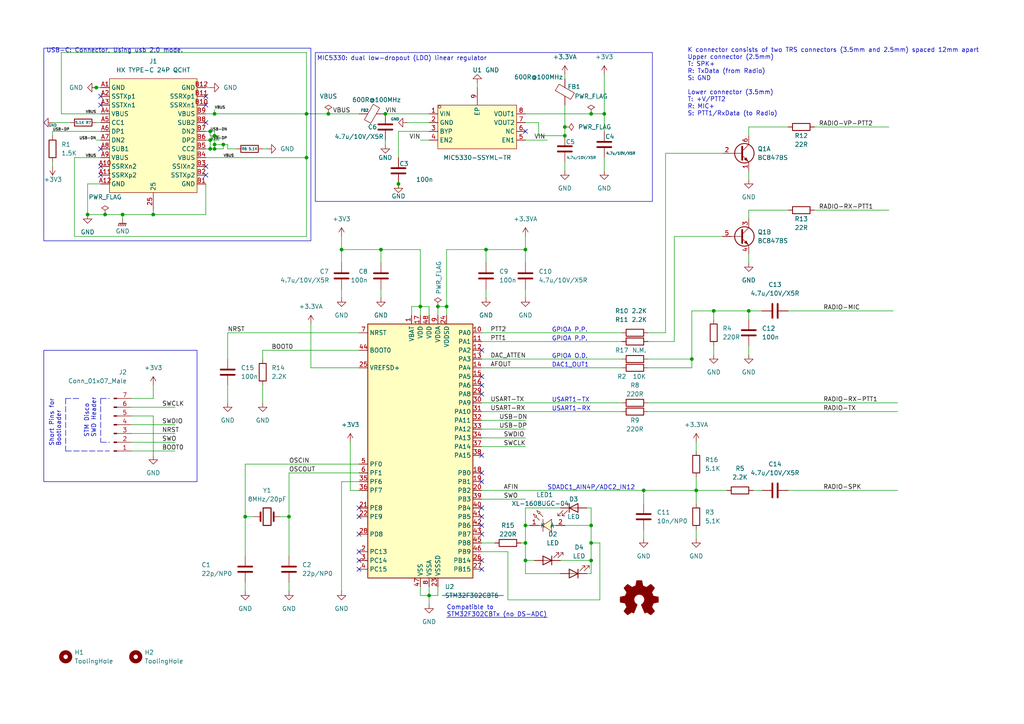
<source format=kicad_sch>
(kicad_sch (version 20250114) (generator "eeschema") (generator_version "9.0")
  (paper "A4")
  (title_block (title "All-In-One-Cable (AIOC)") (rev "1.0-dev-0.1"))
  (lib_symbols
    (symbol "C144168:MIC5330-SSYML-TR"
      (property "Reference" "U" (at 0 16.51 0))
      (property "Value" "MIC5330-SSYML-TR" (at 0 -8.89 0))
      (symbol "MIC5330-SSYML-TR_0_1"
        (pin unspecified line (at -13.97 3.81 0) (length 2.54) (name "VIN") (number "1"))
        (pin unspecified line (at -13.97 1.27 0) (length 2.54) (name "GND") (number "2"))
        (pin unspecified line (at -13.97 -1.27 0) (length 2.54) (name "BYP") (number "3"))
        (pin unspecified line (at -13.97 -3.81 0) (length 2.54) (name "EN2") (number "4"))
        (pin unspecified line (at 0 11.43 270) (length 5.08) (name "EP") (number "9"))
        (pin unspecified line (at 13.97 3.81 180) (length 2.54) (name "VOUT1") (number "8"))
        (pin unspecified line (at 13.97 1.27 180) (length 2.54) (name "VOUT2") (number "7"))
        (pin unspecified line (at 13.97 -1.27 180) (length 2.54) (name "NC") (number "6"))
        (pin unspecified line (at 13.97 -3.81 180) (length 2.54) (name "EN1") (number "5"))
      )
    )
    (symbol "C5178545:HXTYPE-C24PQCHT"
      (property "Reference" "USB" (at 0 22.86 0))
      (property "Value" "HX TYPE-C 24P QCHT" (at 0 -22.86 0))
      (symbol "HXTYPE-C24PQCHT_0_1"
        (pin unspecified line (at -15.24 17.78 0) (length 2.54) (name "GND") (number "A1"))
        (pin unspecified line (at -15.24 15.24 0) (length 2.54) (name "SSTXp1") (number "A2"))
        (pin unspecified line (at -15.24 12.7 0) (length 2.54) (name "SSTXn1") (number "A3"))
        (pin unspecified line (at -15.24 10.16 0) (length 2.54) (name "VBUS") (number "A4"))
        (pin unspecified line (at -15.24 7.62 0) (length 2.54) (name "CC1") (number "A5"))
        (pin unspecified line (at -15.24 5.08 0) (length 2.54) (name "DP1") (number "A6"))
        (pin unspecified line (at -15.24 2.54 0) (length 2.54) (name "DN2") (number "A7"))
        (pin unspecified line (at -15.24 0 0) (length 2.54) (name "SUB1") (number "A8"))
        (pin unspecified line (at -15.24 -2.54 0) (length 2.54) (name "VBUS") (number "A9"))
        (pin unspecified line (at -15.24 -5.08 0) (length 2.54) (name "SSRXn2") (number "A10"))
        (pin unspecified line (at -15.24 -7.62 0) (length 2.54) (name "SSRXp2") (number "A11"))
        (pin unspecified line (at -15.24 -10.16 0) (length 2.54) (name "GND") (number "A12"))
        (pin unspecified line (at 0 -17.78 90) (length 5.08) (name "25") (number "25"))
        (pin unspecified line (at 15.24 17.78 180) (length 2.54) (name "GND") (number "B12"))
        (pin unspecified line (at 15.24 15.24 180) (length 2.54) (name "SSRXp1") (number "B11"))
        (pin unspecified line (at 15.24 12.7 180) (length 2.54) (name "SSRXn1") (number "B10"))
        (pin unspecified line (at 15.24 10.16 180) (length 2.54) (name "VBUS") (number "B9"))
        (pin unspecified line (at 15.24 7.62 180) (length 2.54) (name "SUB2") (number "B8"))
        (pin unspecified line (at 15.24 5.08 180) (length 2.54) (name "DN2") (number "B7"))
        (pin unspecified line (at 15.24 2.54 180) (length 2.54) (name "DP2") (number "B6"))
        (pin unspecified line (at 15.24 0 180) (length 2.54) (name "CC2") (number "B5"))
        (pin unspecified line (at 15.24 -2.54 180) (length 2.54) (name "VBUS") (number "B4"))
        (pin unspecified line (at 15.24 -5.08 180) (length 2.54) (name "SSIXn2") (number "B3"))
        (pin unspecified line (at 15.24 -7.62 180) (length 2.54) (name "SSTXp2") (number "B2"))
        (pin unspecified line (at 15.24 -10.16 180) (length 2.54) (name "GND") (number "B1"))
      )
    )
    (symbol "C965804:XL-1608UGC-04"
      (property "Reference" "LED" (at 0 5.08 0))
      (property "Value" "XL-1608UGC-04" (at 0 -5.08 0))
      (symbol "XL-1608UGC-04_0_1"
        (pin unspecified line (at -5.08 0 0) (length 2.54) (name "K") (number "1"))
        (pin unspecified line (at 5.08 0 180) (length 2.54) (name "A") (number "2"))
      )
    )
    (symbol "Connector:Conn_01x07_Male" (pin_names (offset 1.016) (hide yes))
      (property "Reference" "J" (at 0 10.16 0))
      (property "Value" "Conn_01x07_Male" (at 0 -10.16 0))
      (symbol "Conn_01x07_Male_1_1"
        (pin passive line (at 5.08 7.62 180) (length 3.81) (name "Pin_1") (number "1"))
        (pin passive line (at 5.08 5.08 180) (length 3.81) (name "Pin_2") (number "2"))
        (pin passive line (at 5.08 2.54 180) (length 3.81) (name "Pin_3") (number "3"))
        (pin passive line (at 5.08 0 180) (length 3.81) (name "Pin_4") (number "4"))
        (pin passive line (at 5.08 -2.54 180) (length 3.81) (name "Pin_5") (number "5"))
        (pin passive line (at 5.08 -5.08 180) (length 3.81) (name "Pin_6") (number "6"))
        (pin passive line (at 5.08 -7.62 180) (length 3.81) (name "Pin_7") (number "7"))
      )
    )
    (symbol "Device:C" (pin_numbers (hide yes)) (pin_names (offset 0.254))
      (property "Reference" "C" (at 0.635 2.54 0))
      (property "Value" "C" (at 0.635 -2.54 0))
      (symbol "C_1_1"
        (pin passive line (at 0 3.81 270) (length 2.794) (name "~") (number "1"))
        (pin passive line (at 0 -3.81 90) (length 2.794) (name "~") (number "2"))
      )
    )
    (symbol "Device:Crystal" (pin_numbers (hide yes)) (pin_names (offset 1.016) (hide yes))
      (property "Reference" "Y" (at 0 3.81 0))
      (property "Value" "Crystal" (at 0 -3.81 0))
      (symbol "Crystal_1_1"
        (pin passive line (at -3.81 0 0) (length 1.27) (name "1") (number "1"))
        (pin passive line (at 3.81 0 180) (length 1.27) (name "2") (number "2"))
      )
    )
    (symbol "Device:FerriteBead" (pin_numbers (hide yes)) (pin_names (offset 0))
      (property "Reference" "FB" (at -3.81 0.635 90))
      (property "Value" "FerriteBead" (at 3.81 0 90))
      (symbol "FerriteBead_1_1"
        (pin passive line (at 0 3.81 270) (length 2.54) (name "~") (number "1"))
        (pin passive line (at 0 -3.81 90) (length 2.54) (name "~") (number "2"))
      )
    )
    (symbol "Device:LED" (pin_numbers (hide yes)) (pin_names (offset 1.016) (hide yes))
      (property "Reference" "D" (at 0 2.54 0))
      (property "Value" "LED" (at 0 -2.54 0))
      (symbol "LED_1_1"
        (pin passive line (at -3.81 0 0) (length 2.54) (name "K") (number "1"))
        (pin passive line (at 3.81 0 180) (length 2.54) (name "A") (number "2"))
      )
    )
    (symbol "Device:Q_Dual_NPN_NPN_E1B1C2E2B2C1" (pin_names (offset 0) (hide yes))
      (property "Reference" "Q" (at 5.08 1.27 0))
      (property "Value" "Q_Dual_NPN_NPN_E1B1C2E2B2C1" (at 5.08 -1.27 0))
      (symbol "Q_Dual_NPN_NPN_E1B1C2E2B2C1_1_1"
        (pin input line (at -5.08 0 0) (length 2.54) (name "B1") (number "2"))
        (pin passive line (at 2.54 5.08 270) (length 2.54) (name "C1") (number "6"))
        (pin passive line (at 2.54 -5.08 90) (length 2.54) (name "E1") (number "1"))
      )
      (symbol "Q_Dual_NPN_NPN_E1B1C2E2B2C1_2_1"
        (pin input line (at -5.08 0 0) (length 2.54) (name "B2") (number "5"))
        (pin passive line (at 2.54 5.08 270) (length 2.54) (name "C2") (number "3"))
        (pin passive line (at 2.54 -5.08 90) (length 2.54) (name "E2") (number "4"))
      )
    )
    (symbol "Device:R" (pin_numbers (hide yes)) (pin_names (offset 0))
      (property "Reference" "R" (at 2.032 0 90))
      (property "Value" "R" (at 0 0 90))
      (symbol "R_1_1"
        (pin passive line (at 0 3.81 270) (length 1.27) (name "~") (number "1"))
        (pin passive line (at 0 -3.81 90) (length 1.27) (name "~") (number "2"))
      )
    )
    (symbol "GND_1" (power) (pin_numbers (hide yes)) (pin_names (offset 0) (hide yes))
      (property "Value" "GND" (at 0 -3.81 0))
      (symbol "GND_1_1_1"
        (pin power_in line (at 0 0 270) (length 0) (name "~") (number "1"))
      )
    )
    (symbol "GND_2" (power) (pin_numbers (hide yes)) (pin_names (offset 0) (hide yes))
      (property "Value" "GND" (at 0 -3.81 0))
      (symbol "GND_2_1_1"
        (pin power_in line (at 0 0 270) (length 0) (name "~") (number "1"))
      )
    )
    (symbol "Graphic:Logo_Open_Hardware_Small" (pin_names (offset 1.016)))
    (symbol "MCU_ST_STM32F3:STM32F373CBTx"
      (property "Reference" "U" (at -15.24 36.83 0))
      (property "Value" "STM32F373CBTx" (at 10.16 36.83 0))
      (symbol "STM32F373CBTx_1_1"
        (pin input line (at -17.78 33.02 0) (length 2.54) (name "NRST") (number "7"))
        (pin input line (at -17.78 27.94 0) (length 2.54) (name "BOOT0") (number "44"))
        (pin power_in line (at -17.78 22.86 0) (length 2.54) (name "VREFSD+") (number "25"))
        (pin input line (at -17.78 -5.08 0) (length 2.54) (name "PF0") (number "5"))
        (pin input line (at -17.78 -7.62 0) (length 2.54) (name "PF1") (number "6"))
        (pin bidirectional line (at -17.78 -10.16 0) (length 2.54) (name "PF6") (number "35"))
        (pin bidirectional line (at -17.78 -12.7 0) (length 2.54) (name "PF7") (number "36"))
        (pin bidirectional line (at -17.78 -17.78 0) (length 2.54) (name "PE8") (number "21"))
        (pin bidirectional line (at -17.78 -20.32 0) (length 2.54) (name "PE9") (number "22"))
        (pin bidirectional line (at -17.78 -25.4 0) (length 2.54) (name "PD8") (number "28"))
        (pin bidirectional line (at -17.78 -30.48 0) (length 2.54) (name "PC13") (number "2"))
        (pin bidirectional line (at -17.78 -33.02 0) (length 2.54) (name "PC14") (number "3"))
        (pin bidirectional line (at -17.78 -35.56 0) (length 2.54) (name "PC15") (number "4"))
        (pin power_in line (at -2.54 38.1 270) (length 2.54) (name "VBAT") (number "1"))
        (pin power_in line (at 0 38.1 270) (length 2.54) (name "VDD") (number "17"))
        (pin power_in line (at 0 -40.64 90) (length 2.54) (name "VSS") (number "47"))
        (pin power_in line (at 2.54 38.1 270) (length 2.54) (name "VDD") (number "48"))
        (pin power_in line (at 2.54 -40.64 90) (length 2.54) (name "VSSA") (number "8"))
        (pin power_in line (at 5.08 38.1 270) (length 2.54) (name "VDDA") (number "9"))
        (pin power_in line (at 5.08 -40.64 90) (length 2.54) (name "VSSSD") (number "23"))
        (pin power_in line (at 7.62 38.1 270) (length 2.54) (name "VDDSD") (number "24"))
        (pin bidirectional line (at 17.78 33.02 180) (length 2.54) (name "PA0") (number "10"))
        (pin bidirectional line (at 17.78 30.48 180) (length 2.54) (name "PA1") (number "11"))
        (pin bidirectional line (at 17.78 27.94 180) (length 2.54) (name "PA2") (number "12"))
        (pin bidirectional line (at 17.78 25.4 180) (length 2.54) (name "PA3") (number "13"))
        (pin bidirectional line (at 17.78 22.86 180) (length 2.54) (name "PA4") (number "14"))
        (pin bidirectional line (at 17.78 20.32 180) (length 2.54) (name "PA5") (number "15"))
        (pin bidirectional line (at 17.78 17.78 180) (length 2.54) (name "PA6") (number "16"))
        (pin bidirectional line (at 17.78 15.24 180) (length 2.54) (name "PA8") (number "29"))
        (pin bidirectional line (at 17.78 12.7 180) (length 2.54) (name "PA9") (number "30"))
        (pin bidirectional line (at 17.78 10.16 180) (length 2.54) (name "PA10") (number "31"))
        (pin bidirectional line (at 17.78 7.62 180) (length 2.54) (name "PA11") (number "32"))
        (pin bidirectional line (at 17.78 5.08 180) (length 2.54) (name "PA12") (number "33"))
        (pin bidirectional line (at 17.78 2.54 180) (length 2.54) (name "PA13") (number "34"))
        (pin bidirectional line (at 17.78 0 180) (length 2.54) (name "PA14") (number "37"))
        (pin bidirectional line (at 17.78 -2.54 180) (length 2.54) (name "PA15") (number "38"))
        (pin bidirectional line (at 17.78 -7.62 180) (length 2.54) (name "PB0") (number "18"))
        (pin bidirectional line (at 17.78 -10.16 180) (length 2.54) (name "PB1") (number "19"))
        (pin bidirectional line (at 17.78 -12.7 180) (length 2.54) (name "PB2") (number "20"))
        (pin bidirectional line (at 17.78 -15.24 180) (length 2.54) (name "PB3") (number "39"))
        (pin bidirectional line (at 17.78 -17.78 180) (length 2.54) (name "PB4") (number "40"))
        (pin bidirectional line (at 17.78 -20.32 180) (length 2.54) (name "PB5") (number "41"))
        (pin bidirectional line (at 17.78 -22.86 180) (length 2.54) (name "PB6") (number "42"))
        (pin bidirectional line (at 17.78 -25.4 180) (length 2.54) (name "PB7") (number "43"))
        (pin bidirectional line (at 17.78 -27.94 180) (length 2.54) (name "PB8") (number "45"))
        (pin bidirectional line (at 17.78 -30.48 180) (length 2.54) (name "PB9") (number "46"))
        (pin bidirectional line (at 17.78 -33.02 180) (length 2.54) (name "PB14") (number "26"))
        (pin bidirectional line (at 17.78 -35.56 180) (length 2.54) (name "PB15") (number "27"))
      )
    )
    (symbol "Mechanical:MountingHole" (pin_names (offset 1.016))
      (property "Reference" "H" (at 0 5.08 0))
      (property "Value" "MountingHole" (at 0 3.175 0))
    )
    (symbol "power:+3.3VA" (power) (pin_names (offset 0))
      (property "Value" "+3.3VA" (at 0 3.556 0))
      (symbol "+3.3VA_1_1"
        (pin power_in line (at 0 0 90) (length 0) (hide yes) (name "+3.3VA") (number "1"))
      )
    )
    (symbol "power:+3V3" (power) (pin_names (offset 0))
      (property "Value" "+3V3" (at 0 3.556 0))
      (symbol "+3V3_1_1"
        (pin power_in line (at 0 0 90) (length 0) (hide yes) (name "+3V3") (number "1"))
      )
    )
    (symbol "power:GND" (power) (pin_names (offset 0))
      (property "Value" "GND" (at 0 -3.81 0))
      (symbol "GND_1_1"
        (pin power_in line (at 0 0 270) (length 0) (hide yes) (name "GND") (number "1"))
      )
    )
    (symbol "power:GNDPWR" (power) (pin_numbers (hide yes)) (pin_names (offset 0) (hide yes))
      (property "Value" "GNDPWR" (at 0 -3.302 0))
      (symbol "GNDPWR_1_1"
        (pin power_in line (at 0 0 270) (length 0) (name "~") (number "1"))
      )
    )
    (symbol "power:PWR_FLAG" (power) (pin_numbers (hide yes)) (pin_names (offset 0) (hide yes))
      (property "Value" "PWR_FLAG" (at 0 3.81 0))
      (symbol "PWR_FLAG_0_0"
        (pin power_out line (at 0 0 90) (length 0) (name "~") (number "1"))
      )
    )
  )
  (rectangle (start 12.7 101.6) (end 57.15 139.7))
  (rectangle (start 91.44 15.24) (end 189.23 58.42))
  (rectangle (start 12.7 13.97) (end 90.17 69.85))
  (text "STM Disco\nSWD Header" (at 27.94 127 90) (effects (font (size 1.27 1.27)) (justify left bottom)))
  (text "Short Pins for\nBootloader" (at 17.78 129.54 90) (effects (font (size 1.27 1.27)) (justify left bottom)))
  (text "SDADC1_AIN4P/ADC2_IN12" (at 158.75 142.24 0) (effects (font (size 1.27 1.27)) (justify left bottom)))
  (text "USART1-TX" (at 160.02 116.84 0) (effects (font (size 1.27 1.27)) (justify left bottom)))
  (text "K connector consists of two TRS connectors (3.5mm and 2.5mm) spaced 12mm apart\nUpper connector (2.5mm)\nT: SPK+\nR: TxData (from Radio)\nS: GND\n\nLower connector (3.5mm)\nT: +V/PTT2\nR: MIC+\nS: PTT1/RxData (to Radio)\n" (at 199.39 33.782 0) (effects (font (size 1.27 1.27)) (justify left bottom)))
  (text "GPIOA P.P." (at 160.02 99.06 0) (effects (font (size 1.27 1.27)) (justify left bottom)))
  (text "DAC1_OUT1" (at 160.02 106.68 0) (effects (font (size 1.27 1.27)) (justify left bottom)))
  (text "MIC5330: dual low-dropout (LDO) linear regulator" (at 116.586 17.018 0) (effects (font (size 1.27 1.27))))
  (text "GPIOA O.D." (at 160.02 104.14 0) (effects (font (size 1.27 1.27)) (justify left bottom)))
  (text "Compatible to \nSTM32F302CBTx (no DS-ADC)" (at 129.54 179.07 0) (effects (font (size 1.27 1.27)) (justify left bottom)))
  (text "USART1-RX" (at 160.02 119.38 0) (effects (font (size 1.27 1.27)) (justify left bottom)))
  (text "GPIOA P.P." (at 160.02 96.52 0) (effects (font (size 1.27 1.27)) (justify left bottom)))
  (text "USB-C: Connector, Using usb 2.0 mode." (at 33.274 14.732 0) (effects (font (size 1.27 1.27))))
  (junction (at 60.96 38.1))
  (junction (at 152.4 152.4))
  (junction (at 25.4 62.23))
  (junction (at 171.45 33.02))
  (junction (at 62.23 41.91))
  (junction (at 64.77 41.91))
  (junction (at 171.45 162.56))
  (junction (at 27.94 25.4))
  (junction (at 163.83 36.83))
  (junction (at 30.48 62.23))
  (junction (at 140.97 72.39))
  (junction (at 201.93 142.24))
  (junction (at 60.96 40.64))
  (junction (at 152.4 162.56))
  (junction (at 171.45 152.4))
  (junction (at 171.45 157.48))
  (junction (at 129.54 88.9))
  (junction (at 88.9 33.02))
  (junction (at 163.83 39.37))
  (junction (at 121.92 88.9))
  (junction (at 60.96 43.18))
  (junction (at 95.25 33.02))
  (junction (at 127 88.9))
  (junction (at 152.4 72.39))
  (junction (at 207.01 90.17))
  (junction (at 62.23 39.37))
  (junction (at 35.56 62.23))
  (junction (at 115.57 53.34))
  (junction (at 217.17 90.17))
  (junction (at 99.06 72.39))
  (junction (at 88.9 45.72))
  (junction (at 110.49 72.39))
  (junction (at 71.12 149.86))
  (junction (at 44.45 62.23))
  (junction (at 124.46 172.72))
  (junction (at 152.4 157.48))
  (junction (at 186.69 142.24))
  (junction (at 62.23 43.18))
  (junction (at 83.82 149.86))
  (junction (at 200.66 104.14))
  (junction (at 62.23 33.02))
  (junction (at 111.76 33.02))
  (junction (at 175.26 33.02))
  (no_connect (at 29.21 43.18))
  (no_connect (at 29.21 50.8))
  (no_connect (at 104.14 147.32))
  (no_connect (at 29.21 27.94))
  (no_connect (at 139.7 147.32))
  (no_connect (at 152.4 38.1))
  (no_connect (at 29.21 30.48))
  (no_connect (at 139.7 111.76))
  (no_connect (at 139.7 149.86))
  (no_connect (at 59.69 27.94))
  (no_connect (at 139.7 132.08))
  (no_connect (at 104.14 154.94))
  (no_connect (at 139.7 162.56))
  (no_connect (at 104.14 162.56))
  (no_connect (at 139.7 137.16))
  (no_connect (at 59.69 48.26))
  (no_connect (at 59.69 35.56))
  (no_connect (at 139.7 101.6))
  (no_connect (at 139.7 152.4))
  (no_connect (at 139.7 165.1))
  (no_connect (at 139.7 109.22))
  (no_connect (at 104.14 160.02))
  (no_connect (at 139.7 154.94))
  (no_connect (at 139.7 139.7))
  (no_connect (at 104.14 165.1))
  (no_connect (at 29.21 48.26))
  (no_connect (at 59.69 30.48))
  (no_connect (at 139.7 114.3))
  (no_connect (at 59.69 50.8))
  (no_connect (at 104.14 149.86))
  (wire (pts (xy 187.96 119.38) (xy 260.35 119.38)))
  (wire (pts (xy 175.26 33.02) (xy 175.26 38.1)))
  (wire (pts (xy 186.69 153.67) (xy 186.69 156.21)))
  (wire (pts (xy 200.66 106.68) (xy 200.66 104.14)))
  (wire (pts (xy 121.92 72.39) (xy 110.49 72.39)))
  (wire (pts (xy 124.46 172.72) (xy 124.46 175.26)))
  (wire (pts (xy 121.92 91.44) (xy 121.92 88.9)))
  (wire (pts (xy 124.46 88.9) (xy 124.46 91.44)))
  (polyline (pts (xy 128.27 172.72) (xy 146.05 172.72)))
  (wire (pts (xy 139.7 129.54) (xy 152.4 129.54)))
  (wire (pts (xy 228.6 90.17) (xy 259.08 90.17)))
  (wire (pts (xy 59.69 38.1) (xy 60.96 38.1)))
  (wire (pts (xy 175.26 45.72) (xy 175.26 49.53)))
  (wire (pts (xy 62.23 38.1) (xy 62.23 39.37)))
  (wire (pts (xy 195.58 99.06) (xy 195.58 68.58)))
  (wire (pts (xy 83.82 137.16) (xy 83.82 149.86)))
  (wire (pts (xy 171.45 147.32) (xy 170.18 147.32)))
  (wire (pts (xy 66.04 96.52) (xy 66.04 104.14)))
  (wire (pts (xy 99.06 68.58) (xy 99.06 72.39)))
  (wire (pts (xy 140.97 72.39) (xy 140.97 76.2)))
  (wire (pts (xy 147.32 173.99) (xy 147.32 160.02)))
  (polyline (pts (xy 22.86 115.57) (xy 19.05 115.57)) (stroke (width 0) (type dash)))
  (wire (pts (xy 30.48 62.23) (xy 35.56 62.23)))
  (wire (pts (xy 88.9 15.24) (xy 88.9 33.02)))
  (wire (pts (xy 59.69 62.23) (xy 44.45 62.23)))
  (wire (pts (xy 170.18 166.37) (xy 171.45 166.37)))
  (wire (pts (xy 236.22 36.83) (xy 257.81 36.83)))
  (wire (pts (xy 60.96 39.37) (xy 60.96 38.1)))
  (wire (pts (xy 162.56 166.37) (xy 152.4 166.37)))
  (wire (pts (xy 127 88.9) (xy 127 91.44)))
  (wire (pts (xy 59.69 33.02) (xy 62.23 33.02)))
  (wire (pts (xy 66.04 43.18) (xy 68.58 43.18)))
  (wire (pts (xy 66.04 111.76) (xy 66.04 116.84)))
  (wire (pts (xy 60.96 43.18) (xy 62.23 43.18)))
  (wire (pts (xy 152.4 72.39) (xy 152.4 76.2)))
  (wire (pts (xy 60.96 38.1) (xy 62.23 38.1)))
  (wire (pts (xy 162.56 147.32) (xy 152.4 147.32)))
  (wire (pts (xy 104.14 96.52) (xy 66.04 96.52)))
  (wire (pts (xy 201.93 146.05) (xy 201.93 142.24)))
  (wire (pts (xy 111.76 40.64) (xy 111.76 41.91)))
  (polyline (pts (xy 29.21 115.57) (xy 29.21 128.27)) (stroke (width 0) (type dash)))
  (wire (pts (xy 187.96 106.68) (xy 200.66 106.68)))
  (wire (pts (xy 118.11 35.56) (xy 124.46 35.56)))
  (wire (pts (xy 171.45 152.4) (xy 171.45 157.48)))
  (wire (pts (xy 38.1 115.57) (xy 44.45 115.57)))
  (wire (pts (xy 59.69 43.18) (xy 60.96 43.18)))
  (polyline (pts (xy 19.05 130.81) (xy 31.75 130.81)) (stroke (width 0) (type dash)))
  (wire (pts (xy 115.57 38.1) (xy 115.57 45.72)))
  (wire (pts (xy 60.96 43.18) (xy 60.96 40.64)))
  (wire (pts (xy 152.4 162.56) (xy 154.94 162.56)))
  (wire (pts (xy 44.45 115.57) (xy 44.45 111.76)))
  (wire (pts (xy 38.1 128.27) (xy 50.8 128.27)))
  (wire (pts (xy 217.17 73.66) (xy 217.17 76.2)))
  (wire (pts (xy 152.4 83.82) (xy 152.4 86.36)))
  (wire (pts (xy 62.23 39.37) (xy 62.23 41.91)))
  (wire (pts (xy 71.12 149.86) (xy 73.66 149.86)))
  (wire (pts (xy 156.21 35.56) (xy 156.21 39.37)))
  (wire (pts (xy 193.04 44.45) (xy 209.55 44.45)))
  (wire (pts (xy 121.92 170.18) (xy 121.92 172.72)))
  (wire (pts (xy 99.06 139.7) (xy 99.06 171.45)))
  (wire (pts (xy 217.17 100.33) (xy 217.17 102.87)))
  (wire (pts (xy 66.04 41.91) (xy 66.04 43.18)))
  (wire (pts (xy 124.46 33.02) (xy 111.76 33.02)))
  (wire (pts (xy 129.54 72.39) (xy 129.54 88.9)))
  (wire (pts (xy 71.12 149.86) (xy 71.12 161.29)))
  (wire (pts (xy 163.83 21.59) (xy 163.83 22.86)))
  (wire (pts (xy 138.43 24.13) (xy 138.43 25.4)))
  (wire (pts (xy 217.17 39.37) (xy 217.17 36.83)))
  (wire (pts (xy 60.96 40.64) (xy 63.5 40.64)))
  (wire (pts (xy 151.13 157.48) (xy 152.4 157.48)))
  (wire (pts (xy 88.9 33.02) (xy 95.25 33.02)))
  (wire (pts (xy 110.49 72.39) (xy 110.49 76.2)))
  (wire (pts (xy 152.4 157.48) (xy 152.4 162.56)))
  (wire (pts (xy 139.7 127) (xy 152.4 127)))
  (wire (pts (xy 71.12 134.62) (xy 71.12 149.86)))
  (wire (pts (xy 217.17 90.17) (xy 220.98 90.17)))
  (wire (pts (xy 139.7 119.38) (xy 180.34 119.38)))
  (wire (pts (xy 27.94 35.56) (xy 29.21 35.56)))
  (wire (pts (xy 17.78 15.24) (xy 88.9 15.24)))
  (wire (pts (xy 76.2 43.18) (xy 77.47 43.18)))
  (wire (pts (xy 171.45 166.37) (xy 171.45 162.56)))
  (wire (pts (xy 121.92 88.9) (xy 124.46 88.9)))
  (wire (pts (xy 193.04 44.45) (xy 193.04 96.52)))
  (wire (pts (xy 76.2 111.76) (xy 76.2 116.84)))
  (wire (pts (xy 171.45 157.48) (xy 171.45 162.56)))
  (wire (pts (xy 83.82 168.91) (xy 83.82 171.45)))
  (wire (pts (xy 44.45 120.65) (xy 44.45 132.08)))
  (wire (pts (xy 21.59 45.72) (xy 21.59 68.58)))
  (wire (pts (xy 139.7 144.78) (xy 152.4 144.78)))
  (wire (pts (xy 236.22 60.96) (xy 257.81 60.96)))
  (wire (pts (xy 228.6 142.24) (xy 260.35 142.24)))
  (wire (pts (xy 21.59 68.58) (xy 88.9 68.58)))
  (wire (pts (xy 99.06 83.82) (xy 99.06 86.36)))
  (wire (pts (xy 119.38 88.9) (xy 121.92 88.9)))
  (wire (pts (xy 195.58 68.58) (xy 209.55 68.58)))
  (wire (pts (xy 187.96 116.84) (xy 260.35 116.84)))
  (polyline (pts (xy 29.21 128.27) (xy 31.75 128.27)) (stroke (width 0) (type dash)))
  (wire (pts (xy 38.1 125.73) (xy 50.8 125.73)))
  (wire (pts (xy 152.4 166.37) (xy 152.4 162.56)))
  (wire (pts (xy 173.99 157.48) (xy 173.99 173.99)))
  (wire (pts (xy 119.38 91.44) (xy 119.38 88.9)))
  (wire (pts (xy 173.99 173.99) (xy 147.32 173.99)))
  (wire (pts (xy 76.2 101.6) (xy 76.2 104.14)))
  (wire (pts (xy 207.01 92.71) (xy 207.01 90.17)))
  (wire (pts (xy 15.24 38.1) (xy 15.24 39.37)))
  (wire (pts (xy 38.1 118.11) (xy 50.8 118.11)))
  (wire (pts (xy 152.4 35.56) (xy 156.21 35.56)))
  (wire (pts (xy 217.17 36.83) (xy 228.6 36.83)))
  (wire (pts (xy 121.92 40.64) (xy 124.46 40.64)))
  (wire (pts (xy 124.46 170.18) (xy 124.46 172.72)))
  (wire (pts (xy 139.7 99.06) (xy 180.34 99.06)))
  (wire (pts (xy 95.25 33.02) (xy 104.14 33.02)))
  (wire (pts (xy 104.14 139.7) (xy 99.06 139.7)))
  (wire (pts (xy 62.23 43.18) (xy 64.77 43.18)))
  (wire (pts (xy 152.4 40.64) (xy 158.75 40.64)))
  (wire (pts (xy 217.17 90.17) (xy 217.17 92.71)))
  (wire (pts (xy 81.28 149.86) (xy 83.82 149.86)))
  (wire (pts (xy 17.78 33.02) (xy 29.21 33.02)))
  (wire (pts (xy 171.45 152.4) (xy 171.45 147.32)))
  (wire (pts (xy 59.69 40.64) (xy 60.96 40.64)))
  (wire (pts (xy 25.4 53.34) (xy 29.21 53.34)))
  (wire (pts (xy 200.66 90.17) (xy 207.01 90.17)))
  (wire (pts (xy 186.69 146.05) (xy 186.69 142.24)))
  (wire (pts (xy 207.01 100.33) (xy 207.01 102.87)))
  (wire (pts (xy 127 170.18) (xy 127 172.72)))
  (wire (pts (xy 139.7 116.84) (xy 180.34 116.84)))
  (wire (pts (xy 35.56 62.23) (xy 35.56 63.5)))
  (wire (pts (xy 217.17 60.96) (xy 228.6 60.96)))
  (wire (pts (xy 88.9 33.02) (xy 88.9 45.72)))
  (wire (pts (xy 162.56 152.4) (xy 171.45 152.4)))
  (wire (pts (xy 101.6 128.27) (xy 101.6 142.24)))
  (wire (pts (xy 104.14 101.6) (xy 76.2 101.6)))
  (wire (pts (xy 201.93 128.27) (xy 201.93 130.81)))
  (wire (pts (xy 63.5 40.64) (xy 63.5 39.37)))
  (wire (pts (xy 64.77 43.18) (xy 64.77 41.91)))
  (wire (pts (xy 64.77 41.91) (xy 62.23 41.91)))
  (wire (pts (xy 110.49 83.82) (xy 110.49 86.36)))
  (wire (pts (xy 21.59 45.72) (xy 29.21 45.72)))
  (wire (pts (xy 129.54 72.39) (xy 140.97 72.39)))
  (wire (pts (xy 201.93 142.24) (xy 210.82 142.24)))
  (wire (pts (xy 217.17 49.53) (xy 217.17 52.07)))
  (wire (pts (xy 187.96 104.14) (xy 200.66 104.14)))
  (wire (pts (xy 124.46 38.1) (xy 115.57 38.1)))
  (wire (pts (xy 200.66 104.14) (xy 200.66 90.17)))
  (wire (pts (xy 139.7 157.48) (xy 143.51 157.48)))
  (wire (pts (xy 83.82 137.16) (xy 104.14 137.16)))
  (wire (pts (xy 201.93 138.43) (xy 201.93 142.24)))
  (wire (pts (xy 44.45 62.23) (xy 44.45 60.96)))
  (wire (pts (xy 139.7 96.52) (xy 180.34 96.52)))
  (wire (pts (xy 218.44 142.24) (xy 220.98 142.24)))
  (wire (pts (xy 83.82 149.86) (xy 83.82 161.29)))
  (wire (pts (xy 26.67 25.4) (xy 27.94 25.4)))
  (wire (pts (xy 171.45 157.48) (xy 173.99 157.48)))
  (wire (pts (xy 152.4 152.4) (xy 152.4 157.48)))
  (wire (pts (xy 201.93 153.67) (xy 201.93 156.21)))
  (wire (pts (xy 44.45 120.65) (xy 38.1 120.65)))
  (wire (pts (xy 156.21 39.37) (xy 163.83 39.37)))
  (wire (pts (xy 25.4 53.34) (xy 25.4 62.23)))
  (wire (pts (xy 104.14 142.24) (xy 101.6 142.24)))
  (wire (pts (xy 71.12 168.91) (xy 71.12 171.45)))
  (wire (pts (xy 64.77 41.91) (xy 66.04 41.91)))
  (wire (pts (xy 62.23 39.37) (xy 60.96 39.37)))
  (wire (pts (xy 90.17 106.68) (xy 104.14 106.68)))
  (wire (pts (xy 129.54 88.9) (xy 127 88.9)))
  (wire (pts (xy 163.83 46.99) (xy 163.83 49.53)))
  (polyline (pts (xy 19.05 115.57) (xy 19.05 130.81)) (stroke (width 0) (type dash)))
  (wire (pts (xy 127 172.72) (xy 124.46 172.72)))
  (polyline (pts (xy 29.21 115.57) (xy 31.75 115.57)) (stroke (width 0) (type dash)))
  (wire (pts (xy 154.94 152.4) (xy 152.4 152.4)))
  (wire (pts (xy 121.92 72.39) (xy 121.92 88.9)))
  (wire (pts (xy 139.7 104.14) (xy 180.34 104.14)))
  (wire (pts (xy 139.7 121.92) (xy 152.4 121.92)))
  (wire (pts (xy 17.78 33.02) (xy 17.78 15.24)))
  (wire (pts (xy 25.4 62.23) (xy 30.48 62.23)))
  (wire (pts (xy 63.5 39.37) (xy 62.23 39.37)))
  (wire (pts (xy 62.23 33.02) (xy 88.9 33.02)))
  (wire (pts (xy 140.97 83.82) (xy 140.97 86.36)))
  (wire (pts (xy 15.24 38.1) (xy 29.21 38.1)))
  (wire (pts (xy 162.56 162.56) (xy 171.45 162.56)))
  (wire (pts (xy 29.21 40.64) (xy 27.94 40.64)))
  (wire (pts (xy 147.32 160.02) (xy 139.7 160.02)))
  (wire (pts (xy 139.7 106.68) (xy 180.34 106.68)))
  (wire (pts (xy 129.54 91.44) (xy 129.54 88.9)))
  (wire (pts (xy 152.4 33.02) (xy 171.45 33.02)))
  (wire (pts (xy 59.69 25.4) (xy 60.96 25.4)))
  (wire (pts (xy 124.46 172.72) (xy 121.92 172.72)))
  (wire (pts (xy 140.97 72.39) (xy 152.4 72.39)))
  (wire (pts (xy 99.06 72.39) (xy 99.06 76.2)))
  (wire (pts (xy 15.24 46.99) (xy 15.24 48.26)))
  (wire (pts (xy 171.45 33.02) (xy 175.26 33.02)))
  (wire (pts (xy 217.17 63.5) (xy 217.17 60.96)))
  (wire (pts (xy 110.49 72.39) (xy 99.06 72.39)))
  (wire (pts (xy 59.69 45.72) (xy 88.9 45.72)))
  (wire (pts (xy 71.12 134.62) (xy 104.14 134.62)))
  (wire (pts (xy 15.24 35.56) (xy 20.32 35.56)))
  (polyline (pts (xy 129.54 179.07) (xy 158.75 179.07)))
  (wire (pts (xy 186.69 142.24) (xy 201.93 142.24)))
  (wire (pts (xy 27.94 25.4) (xy 29.21 25.4)))
  (wire (pts (xy 62.23 33.02) (xy 62.23 31.75)))
  (wire (pts (xy 59.69 53.34) (xy 59.69 62.23)))
  (wire (pts (xy 139.7 142.24) (xy 186.69 142.24)))
  (wire (pts (xy 38.1 130.81) (xy 50.8 130.81)))
  (wire (pts (xy 152.4 147.32) (xy 152.4 152.4)))
  (wire (pts (xy 163.83 36.83) (xy 163.83 39.37)))
  (wire (pts (xy 35.56 62.23) (xy 44.45 62.23)))
  (wire (pts (xy 163.83 30.48) (xy 163.83 36.83)))
  (wire (pts (xy 139.7 124.46) (xy 152.4 124.46)))
  (wire (pts (xy 175.26 21.59) (xy 175.26 33.02)))
  (wire (pts (xy 88.9 45.72) (xy 88.9 68.58)))
  (wire (pts (xy 115.57 53.34) (xy 115.57 54.61)))
  (wire (pts (xy 207.01 90.17) (xy 217.17 90.17)))
  (wire (pts (xy 62.23 41.91) (xy 62.23 43.18)))
  (wire (pts (xy 187.96 96.52) (xy 193.04 96.52)))
  (wire (pts (xy 187.96 99.06) (xy 195.58 99.06)))
  (wire (pts (xy 152.4 68.58) (xy 152.4 72.39)))
  (wire (pts (xy 38.1 123.19) (xy 50.8 123.19)))
  (wire (pts (xy 90.17 93.98) (xy 90.17 106.68)))
  (label "OSCIN" (at 83.82 134.62 0))
  (label "RADIO-VP-PTT2" (at 237.49 36.83 0))
  (label "AFIN" (at 146.05 142.24 0))
  (label "VBUS" (at 96.52 33.02 0))
  (label "NRST" (at 66.04 96.52 0))
  (label "PTT2" (at 142.24 96.52 0))
  (label "SWO" (at 46.99 128.27 0))
  (label "SWO" (at 146.05 144.78 0))
  (label "SWDIO" (at 146.05 127 0))
  (label "VBUS" (at 64.77 45.72 0) (effects (font (size 0.762 0.762))))
  (label "OSCOUT" (at 83.82 137.16 0))
  (label "BOOT0" (at 78.74 101.6 0))
  (label "USB-DN" (at 27.94 40.64 180) (effects (font (size 0.762 0.762))))
  (label "USART-RX" (at 142.24 119.38 0))
  (label "USB-DN" (at 60.96 38.1 0) (effects (font (size 0.762 0.762))))
  (label "SWDIO" (at 46.99 123.19 0))
  (label "USB-DP" (at 144.78 124.46 0))
  (label "PTT1" (at 142.24 99.06 0))
  (label "VBUS" (at 27.94 45.72 180) (effects (font (size 0.762 0.762))))
  (label "VBUS" (at 62.23 31.75 0) (effects (font (size 0.762 0.762))))
  (label "AFOUT" (at 142.24 106.68 0))
  (label "SWCLK" (at 46.99 118.11 0))
  (label "RADIO-RX-PTT1" (at 238.76 116.84 0))
  (label "RADIO-MIC" (at 238.76 90.17 0))
  (label "RADIO-RX-PTT1" (at 237.49 60.96 0))
  (label "USART-TX" (at 142.24 116.84 0))
  (label "SWCLK" (at 146.05 129.54 0))
  (label "VIN" (at 121.92 40.64 180))
  (label "BOOT0" (at 46.99 130.81 0))
  (label "VBUS" (at 27.94 33.02 180) (effects (font (size 0.762 0.762))))
  (label "NRST" (at 46.99 125.73 0))
  (label "USB-DP" (at 60.96 40.64 0) (effects (font (size 0.762 0.762))))
  (label "RADIO-SPK" (at 238.76 142.24 0))
  (label "USB-DP" (at 15.24 38.1 0) (effects (font (size 0.762 0.762))))
  (label "DAC_ATTEN" (at 142.24 104.14 0))
  (label "VIN" (at 111.76 33.02 0))
  (label "VIN" (at 154.94 40.64 0))
  (label "USB-DN" (at 144.78 121.92 0))
  (label "RADIO-TX" (at 238.76 119.38 0))
  (symbol (lib_id "Device:R") (at 184.15 116.84 270) (unit 1)
    (property "Reference" "R8" (at 184.15 111.76 90))
    (property "Value" "220R" (at 184.15 114.3 90))
    (property "Footprint" "Resistor_SMD:R_0603_1608Metric" (effects (hide yes)))
    (property "LCSC" "C22962" (effects (hide yes)))
  )
  (symbol (lib_id "power:+3V3") (at 15.24 48.26 180) (unit 1)
    (property "Reference" "#PWR07" (effects (hide yes)))
    (property "Value" "+3V3" (at 12.7 52.07 0) (effects (justify right)))
  )
  (symbol (lib_id "Mechanical:MountingHole") (at 19.05 190.5 0) (unit 1) (in_bom no)
    (property "Reference" "H1" (at 21.59 189.2299 0) (effects (justify left)))
    (property "Value" "ToolingHole" (at 21.59 191.7699 0) (effects (justify left)))
    (property "Footprint" "AIOC:TOOLING-HOLE" (effects (hide yes)))
  )
  (symbol (lib_id "power:GND") (at 99.06 86.36 0) (mirror y) (unit 1)
    (property "Reference" "#PWR0115" (effects (hide yes)))
    (property "Value" "GND" (at 99.06 91.44 0))
  )
  (symbol (lib_id "power:+3.3VA") (at 163.83 21.59 0) (unit 1)
    (property "Reference" "#PWR0109" (effects (hide yes)))
    (property "Value" "+3.3VA" (at 163.83 16.51 0))
  )
  (symbol (lib_id "Device:R") (at 214.63 142.24 90) (unit 1)
    (property "Reference" "R5" (at 214.63 135.89 90))
    (property "Value" "2.2K" (at 214.63 138.43 90))
    (property "Footprint" "Resistor_SMD:R_0603_1608Metric" (effects (hide yes)))
    (property "LCSC" "C4190" (effects (hide yes)))
  )
  (symbol (lib_id "Graphic:Logo_Open_Hardware_Small") (at 185.42 173.99 0) (unit 1)
    (property "Reference" "#LOGO1" (effects (hide yes)))
    (property "Value" "Logo_Open_Hardware_Small" (effects (hide yes)))
  )
  (symbol (lib_id "power:+3V3") (at 175.26 21.59 0) (unit 1)
    (property "Reference" "#PWR0108" (effects (hide yes)))
    (property "Value" "+3V3" (at 175.26 16.51 0))
  )
  (symbol (lib_id "Device:R") (at 184.15 104.14 270) (unit 1)
    (property "Reference" "R17" (at 180.34 101.6 90))
    (property "Value" "N.M." (at 185.42 101.6 90))
    (property "Footprint" "Resistor_SMD:R_0603_1608Metric" (effects (hide yes)))
  )
  (symbol (lib_id "Device:R") (at 147.32 157.48 270) (unit 1)
    (property "Reference" "R15" (at 147.32 152.4 90))
    (property "Value" "220R" (at 147.32 154.94 90))
    (property "Footprint" "Resistor_SMD:R_0603_1608Metric" (effects (hide yes)))
    (property "LCSC" "C22962" (effects (hide yes)))
  )
  (symbol (lib_id "Device:Q_Dual_NPN_NPN_E1B1C2E2B2C1") (at 214.63 68.58 0) (unit 2)
    (property "Reference" "Q1" (at 219.71 67.3099 0) (effects (justify left)))
    (property "Value" "BC847BS" (at 219.71 69.8499 0) (effects (justify left)))
    (property "Footprint" "Package_TO_SOT_SMD:SOT-363_SC-70-6" (effects (hide yes)))
    (property "LCSC" "C8653" (effects (hide yes)))
  )
  (symbol (lib_id "power:PWR_FLAG") (at 30.48 62.23 0) (unit 1)
    (property "Reference" "#FLG01" (effects (hide yes)))
    (property "Value" "PWR_FLAG" (at 30.48 57.15 0))
    (property "Description" "Special symbol for telling ERC where power comes from" (effects (hide yes)))
  )
  (symbol (lib_id "power:GND") (at 66.04 116.84 0) (mirror y) (unit 1)
    (property "Reference" "#PWR0121" (effects (hide yes)))
    (property "Value" "GND" (at 66.04 121.92 0))
  )
  (symbol (lib_id "Device:LED") (at 166.37 147.32 0) (unit 1)
    (property "Reference" "D3" (at 166.37 144.78 0))
    (property "Value" "LED" (at 166.37 149.86 0))
    (property "Description" "Light emitting diode" (effects (hide yes)))
    (property "Sim.Pins" "1=K 2=A" (effects (hide yes)))
  )
  (symbol (lib_id "Device:R") (at 72.39 43.18 270) (unit 1)
    (property "Reference" "R6" (at 70.866 43.18 90) (effects (font (size 0.762 0.762))))
    (property "Value" "5.1K" (at 73.406 43.18 90) (effects (font (size 0.762 0.762))))
    (property "Footprint" "Resistor_SMD:R_0603_1608Metric" (effects (hide yes)))
    (property "LCSC" "C23186" (effects (hide yes)))
  )
  (symbol (lib_id "MCU_ST_STM32F3:STM32F373CBTx") (at 121.92 129.54 0) (unit 1)
    (property "Reference" "U2" (at 129.0194 170.18 0) (effects (justify left)))
    (property "Value" "STM32F302CBT6" (at 129.0194 172.72 0) (effects (justify left)))
    (property "Footprint" "Package_QFP:LQFP-48_7x7mm_P0.5mm" (effects (hide yes)))
    (property "Datasheet" "https://www.lcsc.com/datasheet/lcsc_datasheet_2304140030_STMicroelectronics-STM32F302CBT6_C94046.pdf" (effects (hide yes)))
    (property "Description" "128KB 12bit 12bit 2V~3.6V 37 72MHz ARM-M4 FLASH LQFP-48(7x7) Microcontrollers (MCU/MPU/SOC) ROHS" (effects (hide yes)))
    (property "LCSC" "C94046" (effects (hide yes)))
    (property "Datasheet 2" "http://www.st.com/st-web-ui/static/active/en/resource/technical/document/datasheet/DM00046749.pdf" (effects (hide yes)))
  )
  (symbol (lib_id "power:PWR_FLAG") (at 127 88.9 0) (unit 1)
    (property "Reference" "#FLG05" (effects (hide yes)))
    (property "Value" "PWR_FLAG" (at 127.254 80.518 90))
    (property "Description" "Special symbol for telling ERC where power comes from" (effects (hide yes)))
  )
  (symbol (lib_id "power:PWR_FLAG") (at 171.45 33.02 0) (unit 1)
    (property "Reference" "#FLG02" (effects (hide yes)))
    (property "Value" "PWR_FLAG" (at 171.45 27.94 0))
    (property "Description" "Special symbol for telling ERC where power comes from" (effects (hide yes)))
  )
  (symbol (lib_id "Device:C") (at 217.17 96.52 0) (unit 1)
    (property "Reference" "C12" (at 220.98 95.2499 0) (effects (justify left)))
    (property "Value" "100n" (at 220.98 97.7899 0) (effects (justify left)))
    (property "Footprint" "Capacitor_SMD:C_0603_1608Metric" (effects (hide yes)))
    (property "LCSC" "C14663" (effects (hide yes)))
  )
  (symbol (lib_id "power:PWR_FLAG") (at 95.25 33.02 0) (unit 1)
    (property "Reference" "#FLG04" (effects (hide yes)))
    (property "Value" "VBUS" (at 95.25 27.94 0))
    (property "Description" "Special symbol for telling ERC where power comes from" (effects (hide yes)))
  )
  (symbol (lib_id "Device:FerriteBead") (at 163.83 26.67 0) (unit 1)
    (property "Reference" "FB1" (at 164.592 25.146 0) (effects (justify left)))
    (property "Value" "600R@100MHz" (at 149.098 22.352 0) (effects (justify left)))
    (property "Footprint" "Inductor_SMD:L_0603_1608Metric" (effects (hide yes)))
    (property "LCSC" "C1002" (effects (hide yes)))
  )
  (symbol (lib_id "C965804:XL-1608UGC-04") (at 158.75 152.4 0) (unit 1)
    (property "Reference" "LED1" (at 157.99 143.51 0))
    (property "Value" "XL-1608UGC-04" (at 156.718 146.05 0))
    (property "Footprint" "C965804:LED0603-RD_GREEN" (effects (hide yes)))
    (property "LCSC Part" "C965804" (effects (hide yes)))
  )
  (symbol (lib_name "GND_2") (lib_id "power:GND") (at 25.4 62.23 0) (unit 1)
    (property "Reference" "#PWR09" (effects (hide yes)))
    (property "Value" "GND" (at 25.4 67.31 0))
    (property "Description" "Power symbol creates a global label with name \"GND\" , ground" (effects (hide yes)))
  )
  (symbol (lib_id "power:+3V3") (at 99.06 68.58 0) (unit 1)
    (property "Reference" "#PWR0113" (effects (hide yes)))
    (property "Value" "+3V3" (at 99.06 63.5 0))
  )
  (symbol (lib_id "power:+3.3VA") (at 152.4 68.58 0) (unit 1)
    (property "Reference" "#PWR0112" (effects (hide yes)))
    (property "Value" "+3.3VA" (at 152.4 63.5 0))
  )
  (symbol (lib_id "Device:C") (at 71.12 165.1 0) (unit 1)
    (property "Reference" "C1" (at 58.42 163.83 0) (effects (justify left)))
    (property "Value" "22p/NP0" (at 58.42 166.37 0) (effects (justify left)))
    (property "Footprint" "Capacitor_SMD:C_0603_1608Metric" (effects (hide yes)))
    (property "LCSC" "C1653" (effects (hide yes)))
  )
  (symbol (lib_id "power:GND") (at 217.17 52.07 0) (unit 1)
    (property "Reference" "#PWR05" (effects (hide yes)))
    (property "Value" "GND" (at 217.17 57.15 0))
  )
  (symbol (lib_id "Device:C") (at 224.79 90.17 90) (unit 1)
    (property "Reference" "C13" (at 224.79 82.55 90))
    (property "Value" "4.7u/10V/X5R" (at 224.79 85.09 90))
    (property "Footprint" "Capacitor_SMD:C_0603_1608Metric" (effects (hide yes)))
    (property "LCSC" "C19666" (effects (hide yes)))
  )
  (symbol (lib_id "Device:FerriteBead") (at 107.95 33.02 90) (unit 1)
    (property "Reference" "FB2" (at 104.648 32.004 90) (effects (font (size 0.762 0.762)) (justify right)))
    (property "Value" "600R@100MHz" (at 102.108 28.956 90) (effects (justify right)))
    (property "Footprint" "Inductor_SMD:L_0603_1608Metric" (effects (hide yes)))
    (property "LCSC" "C1002" (effects (hide yes)))
  )
  (symbol (lib_id "power:GND") (at 15.24 35.56 270) (unit 1)
    (property "Reference" "#PWR0120" (effects (hide yes)))
    (property "Value" "GND" (at 16.51 36.322 90) (effects (font (size 0.762 0.762)) (justify right)))
  )
  (symbol (lib_id "power:PWR_FLAG") (at 163.83 36.83 270) (unit 1)
    (property "Reference" "#FLG03" (effects (hide yes)))
    (property "Value" "PWR_FLAG" (at 167.64 36.8299 90) (effects (justify left)))
    (property "Description" "Special symbol for telling ERC where power comes from" (effects (hide yes)))
  )
  (symbol (lib_id "power:GNDPWR") (at 35.56 63.5 0) (unit 1)
    (property "Reference" "#PWR013" (effects (hide yes)))
    (property "Value" "GND" (at 35.56 67.056 0))
    (property "Description" "Power symbol creates a global label with name \"GNDPWR\" , global ground" (effects (hide yes)))
  )
  (symbol (lib_id "power:GND") (at 138.43 24.13 180) (unit 1)
    (property "Reference" "#PWR014" (effects (hide yes)))
    (property "Value" "GND" (at 142.748 20.32 0))
  )
  (symbol (lib_id "Device:R") (at 232.41 36.83 270) (unit 1)
    (property "Reference" "R12" (at 232.41 39.37 90))
    (property "Value" "22R" (at 232.41 41.91 90))
    (property "Footprint" "Resistor_SMD:R_0603_1608Metric" (effects (hide yes)))
    (property "LCSC" "C23345" (effects (hide yes)))
  )
  (symbol (lib_id "power:+3.3VA") (at 201.93 128.27 0) (unit 1)
    (property "Reference" "#PWR08" (effects (hide yes)))
    (property "Value" "+3.3VA" (at 201.93 123.19 0))
  )
  (symbol (lib_id "Device:Q_Dual_NPN_NPN_E1B1C2E2B2C1") (at 214.63 44.45 0) (unit 1)
    (property "Reference" "Q1" (at 219.71 43.1799 0) (effects (justify left)))
    (property "Value" "BC847BS" (at 219.71 45.7199 0) (effects (justify left)))
    (property "Footprint" "Package_TO_SOT_SMD:SOT-363_SC-70-6" (effects (hide yes)))
    (property "LCSC" "C8653" (effects (hide yes)))
  )
  (symbol (lib_id "power:GND") (at 124.46 175.26 0) (unit 1)
    (property "Reference" "#PWR0102" (effects (hide yes)))
    (property "Value" "GND" (at 124.46 180.34 0))
  )
  (symbol (lib_id "C144168:MIC5330-SSYML-TR") (at 138.43 36.83 0) (unit 1)
    (property "Reference" "U1" (at 138.43 20.32 0))
    (property "Value" "MIC5330-SSYML-TR" (at 138.43 45.72 0))
    (property "Footprint" "C144168:MLF-8_L2.0-W2.0-P0.50-BL-EP" (effects (hide yes)))
    (property "Datasheet" "https://lcsc.com/product-detail/Low-Dropout-Regulators-LDO_MICROCHIP_MIC5330-SSYML-TR_MIC5330-SSYML-TR_C144168.html" (effects (hide yes)))
    (property "LCSC Part" "C144168" (effects (hide yes)))
  )
  (symbol (lib_id "power:GND") (at 44.45 132.08 0) (mirror y) (unit 1)
    (property "Reference" "#PWR0124" (effects (hide yes)))
    (property "Value" "GND" (at 44.45 137.16 0))
  )
  (symbol (lib_id "power:+3V3") (at 101.6 128.27 0) (unit 1)
    (property "Reference" "#PWR0125" (effects (hide yes)))
    (property "Value" "+3V3" (at 101.6 123.19 0))
  )
  (symbol (lib_id "Device:Crystal") (at 77.47 149.86 0) (unit 1)
    (property "Reference" "Y1" (at 77.47 142.24 0))
    (property "Value" "8MHz/20pF" (at 77.47 144.78 0))
    (property "Footprint" "AIOC:Crystal_SMD_5032-2Pin_5.0x3.2mm" (effects (hide yes)))
    (property "LCSC" "C115962" (effects (hide yes)))
  )
  (symbol (lib_id "Device:R") (at 15.24 43.18 180) (unit 1)
    (property "Reference" "R1" (at 17.78 41.9099 0) (effects (justify right)))
    (property "Value" "1.5K" (at 17.78 44.4499 0) (effects (justify right)))
    (property "Footprint" "Resistor_SMD:R_0603_1608Metric" (effects (hide yes)))
    (property "LCSC" "C22843" (effects (hide yes)))
  )
  (symbol (lib_id "Device:C") (at 224.79 142.24 90) (unit 1)
    (property "Reference" "C14" (at 224.79 134.62 90))
    (property "Value" "4.7u/10V/X5R" (at 224.79 137.16 90))
    (property "Footprint" "Capacitor_SMD:C_0603_1608Metric" (effects (hide yes)))
    (property "LCSC" "C19666" (effects (hide yes)))
  )
  (symbol (lib_id "power:+3.3VA") (at 90.17 93.98 0) (unit 1)
    (property "Reference" "#PWR0116" (effects (hide yes)))
    (property "Value" "+3.3VA" (at 90.17 88.9 0))
  )
  (symbol (lib_id "Device:C") (at 152.4 80.01 0) (unit 1)
    (property "Reference" "C10" (at 156.21 78.7399 0) (effects (justify left)))
    (property "Value" "4.7u/10V/X5R" (at 156.21 81.2799 0) (effects (justify left)))
    (property "Footprint" "Capacitor_SMD:C_0603_1608Metric" (effects (hide yes)))
    (property "LCSC" "C19666" (effects (hide yes)))
  )
  (symbol (lib_id "power:GND") (at 217.17 102.87 0) (unit 1)
    (property "Reference" "#PWR04" (effects (hide yes)))
    (property "Value" "GND" (at 217.17 107.95 0))
  )
  (symbol (lib_id "Device:R") (at 184.15 119.38 270) (unit 1)
    (property "Reference" "R9" (at 184.15 121.92 90))
    (property "Value" "220R" (at 184.15 124.46 90))
    (property "Footprint" "Resistor_SMD:R_0603_1608Metric" (effects (hide yes)))
    (property "LCSC" "C22962" (effects (hide yes)))
  )
  (symbol (lib_id "Device:C") (at 186.69 149.86 0) (unit 1)
    (property "Reference" "C11" (at 190.5 148.59 0) (effects (justify left)))
    (property "Value" "10n/NP0" (at 190.5 151.1299 0) (effects (justify left)))
    (property "Footprint" "Capacitor_SMD:C_0603_1608Metric" (effects (hide yes)))
    (property "LCSC" "C57112" (effects (hide yes)))
  )
  (symbol (lib_id "power:GND") (at 110.49 86.36 0) (mirror y) (unit 1)
    (property "Reference" "#PWR0114" (effects (hide yes)))
    (property "Value" "GND" (at 110.49 91.44 0))
  )
  (symbol (lib_id "power:GND") (at 163.83 49.53 0) (unit 1)
    (property "Reference" "#PWR0126" (effects (hide yes)))
    (property "Value" "GND" (at 163.83 54.61 0))
  )
  (symbol (lib_id "Device:R") (at 24.13 35.56 270) (unit 1)
    (property "Reference" "R7" (at 25.654 35.56 90) (effects (font (size 0.762 0.762))))
    (property "Value" "5.1K" (at 23.114 35.56 90) (effects (font (size 0.762 0.762))))
    (property "Footprint" "Resistor_SMD:R_0603_1608Metric" (effects (hide yes)))
    (property "LCSC" "C23186" (effects (hide yes)))
  )
  (symbol (lib_name "GND_1") (lib_id "power:GND") (at 60.96 25.4 90) (unit 1)
    (property "Reference" "#PWR011" (effects (hide yes)))
    (property "Value" "GND" (at 64.77 25.3999 90) (effects (justify right)))
    (property "Description" "Power symbol creates a global label with name \"GND\" , ground" (effects (hide yes)))
  )
  (symbol (lib_id "power:+3V3") (at 44.45 111.76 0) (unit 1)
    (property "Reference" "#PWR0110" (effects (hide yes)))
    (property "Value" "+3V3" (at 44.45 106.68 0))
  )
  (symbol (lib_id "Device:R") (at 184.15 99.06 90) (unit 1)
    (property "Reference" "R11" (at 180.34 92.71 90))
    (property "Value" "2.2K" (at 185.42 92.71 90))
    (property "Footprint" "Resistor_SMD:R_0603_1608Metric" (effects (hide yes)))
    (property "LCSC" "C4190" (effects (hide yes)))
  )
  (symbol (lib_id "power:GND") (at 175.26 49.53 0) (unit 1)
    (property "Reference" "#PWR0106" (effects (hide yes)))
    (property "Value" "GND" (at 175.26 54.61 0))
  )
  (symbol (lib_id "Device:R") (at 184.15 96.52 90) (unit 1)
    (property "Reference" "R10" (at 180.34 90.17 90))
    (property "Value" "2.2K" (at 185.42 90.17 90))
    (property "Footprint" "Resistor_SMD:R_0603_1608Metric" (effects (hide yes)))
    (property "LCSC" "C4190" (effects (hide yes)))
  )
  (symbol (lib_id "power:GND") (at 152.4 86.36 0) (unit 1)
    (property "Reference" "#PWR0117" (effects (hide yes)))
    (property "Value" "GND" (at 152.4 91.44 0))
  )
  (symbol (lib_id "power:GND") (at 140.97 86.36 0) (unit 1)
    (property "Reference" "#PWR0118" (effects (hide yes)))
    (property "Value" "GND" (at 140.97 91.44 0))
  )
  (symbol (lib_id "power:GND") (at 207.01 102.87 0) (unit 1)
    (property "Reference" "#PWR03" (effects (hide yes)))
    (property "Value" "GND" (at 207.01 107.95 0))
  )
  (symbol (lib_id "Device:R") (at 184.15 106.68 270) (unit 1)
    (property "Reference" "R2" (at 180.34 109.22 90))
    (property "Value" "10K" (at 185.42 109.22 90))
    (property "Footprint" "Resistor_SMD:R_0603_1608Metric" (effects (hide yes)))
    (property "LCSC" "C25804" (effects (hide yes)))
  )
  (symbol (lib_id "Device:R") (at 201.93 134.62 0) (unit 1)
    (property "Reference" "R16" (at 204.47 133.3499 0) (effects (justify left)))
    (property "Value" "5.1K" (at 204.47 135.8899 0) (effects (justify left)))
    (property "Footprint" "Resistor_SMD:R_0603_1608Metric" (effects (hide yes)))
    (property "LCSC" "C23186" (effects (hide yes)))
  )
  (symbol (lib_id "Device:R") (at 201.93 149.86 180) (unit 1)
    (property "Reference" "R3" (at 204.47 148.5899 0) (effects (justify right)))
    (property "Value" "5.1K" (at 204.47 151.1299 0) (effects (justify right)))
    (property "Footprint" "Resistor_SMD:R_0603_1608Metric" (effects (hide yes)))
    (property "LCSC" "C23186" (effects (hide yes)))
  )
  (symbol (lib_id "power:GND") (at 217.17 76.2 0) (unit 1)
    (property "Reference" "#PWR06" (effects (hide yes)))
    (property "Value" "GND" (at 217.17 81.28 0))
  )
  (symbol (lib_id "Device:R") (at 76.2 107.95 180) (unit 1)
    (property "Reference" "R14" (at 78.74 106.6799 0) (effects (justify right)))
    (property "Value" "2.2K" (at 78.74 109.2199 0) (effects (justify right)))
    (property "Footprint" "Resistor_SMD:R_0603_1608Metric" (effects (hide yes)))
    (property "LCSC" "C4190" (effects (hide yes)))
  )
  (symbol (lib_name "GND_1") (lib_id "power:GND") (at 27.94 25.4 270) (unit 1)
    (property "Reference" "#PWR012" (effects (hide yes)))
    (property "Value" "GND" (at 24.13 25.3999 90) (effects (justify right)))
    (property "Description" "Power symbol creates a global label with name \"GND\" , ground" (effects (hide yes)))
  )
  (symbol (lib_id "Device:C") (at 99.06 80.01 0) (unit 1)
    (property "Reference" "C7" (at 92.71 78.74 0) (effects (justify left)))
    (property "Value" "4.7u/10V/X5R" (at 81.28 81.28 0) (effects (justify left)))
    (property "Footprint" "Capacitor_SMD:C_0603_1608Metric" (effects (hide yes)))
    (property "LCSC" "C19666" (effects (hide yes)))
  )
  (symbol (lib_id "Device:LED") (at 166.37 166.37 180) (unit 1)
    (property "Reference" "D4" (at 167.9575 158.75 0))
    (property "Value" "LED" (at 167.9575 161.29 0))
    (property "Description" "Light emitting diode" (effects (hide yes)))
    (property "Sim.Pins" "1=K 2=A" (effects (hide yes)))
  )
  (symbol (lib_id "Device:LED") (at 158.75 162.56 180) (unit 1)
    (property "Reference" "D2" (at 160.3375 154.94 0))
    (property "Value" "LED" (at 160.3375 157.48 0))
    (property "Description" "Light emitting diode" (effects (hide yes)))
    (property "Sim.Pins" "1=K 2=A" (effects (hide yes)))
  )
  (symbol (lib_id "Device:R") (at 232.41 60.96 270) (unit 1)
    (property "Reference" "R13" (at 232.41 63.5 90))
    (property "Value" "22R" (at 232.41 66.04 90))
    (property "Footprint" "Resistor_SMD:R_0603_1608Metric" (effects (hide yes)))
    (property "LCSC" "C23345" (effects (hide yes)))
  )
  (symbol (lib_id "Mechanical:MountingHole") (at 39.37 190.5 0) (unit 1) (in_bom no)
    (property "Reference" "H2" (at 41.91 189.2299 0) (effects (justify left)))
    (property "Value" "ToolingHole" (at 41.91 191.7699 0) (effects (justify left)))
    (property "Footprint" "AIOC:TOOLING-HOLE" (effects (hide yes)))
  )
  (symbol (lib_id "Device:C") (at 115.57 49.53 0) (mirror y) (unit 1)
    (property "Reference" "C3" (at 115.824 47.498 0) (effects (justify right)))
    (property "Value" "100n" (at 120.65 52.07 0) (effects (justify right)))
    (property "Footprint" "Capacitor_SMD:C_0603_1608Metric" (effects (hide yes)))
    (property "Datasheet" "https://www.lcsc.com/datasheet/C14663.pdf" (effects (hide yes)))
    (property "LCSC" "C14663" (effects (hide yes)))
  )
  (symbol (lib_id "power:GND") (at 99.06 171.45 0) (unit 1)
    (property "Reference" "#PWR0122" (effects (hide yes)))
    (property "Value" "GND" (at 99.06 176.53 0))
  )
  (symbol (lib_id "Device:C") (at 83.82 165.1 0) (unit 1)
    (property "Reference" "C2" (at 87.63 163.8299 0) (effects (justify left)))
    (property "Value" "22p/NP0" (at 87.63 166.3699 0) (effects (justify left)))
    (property "Footprint" "Capacitor_SMD:C_0603_1608Metric" (effects (hide yes)))
    (property "LCSC" "C1653" (effects (hide yes)))
  )
  (symbol (lib_id "C5178545:HXTYPE-C24PQCHT") (at 44.45 43.18 0) (unit 1)
    (property "Reference" "J1" (at 44.45 17.78 0))
    (property "Value" "HX TYPE-C 24P QCHT" (at 44.45 20.32 0))
    (property "Footprint" "C5178545:TYPE-C-SMD_TYPE-C-24P-QCHT" (effects (hide yes)))
    (property "LCSC Part" "C5178545" (effects (hide yes)))
  )
  (symbol (lib_id "power:GND") (at 115.57 53.34 0) (unit 1)
    (property "Reference" "#PWR0105" (effects (hide yes)))
    (property "Value" "GND" (at 115.57 56.896 0))
  )
  (symbol (lib_id "power:GND") (at 76.2 116.84 0) (mirror y) (unit 1)
    (property "Reference" "#PWR0123" (effects (hide yes)))
    (property "Value" "GND" (at 76.2 121.92 0))
  )
  (symbol (lib_id "power:GND") (at 111.76 41.91 0) (unit 1)
    (property "Reference" "#PWR0111" (effects (hide yes)))
    (property "Value" "GND" (at 111.76 45.72 0))
  )
  (symbol (lib_id "power:GND") (at 71.12 171.45 0) (unit 1)
    (property "Reference" "#PWR0103" (effects (hide yes)))
    (property "Value" "GND" (at 71.12 176.53 0))
  )
  (symbol (lib_id "Device:C") (at 66.04 107.95 0) (unit 1)
    (property "Reference" "C15" (at 69.85 106.6799 0) (effects (justify left)))
    (property "Value" "100n" (at 69.85 109.2199 0) (effects (justify left)))
    (property "Footprint" "Capacitor_SMD:C_0603_1608Metric" (effects (hide yes)))
    (property "LCSC" "C14663" (effects (hide yes)))
  )
  (symbol (lib_id "power:GND") (at 118.11 35.56 270) (unit 1)
    (property "Reference" "#PWR0107" (effects (hide yes)))
    (property "Value" "GND" (at 115.824 34.544 90) (effects (font (size 0.762 0.762)) (justify right)))
  )
  (symbol (lib_id "power:GND") (at 83.82 171.45 0) (unit 1)
    (property "Reference" "#PWR0104" (effects (hide yes)))
    (property "Value" "GND" (at 83.82 176.53 0))
  )
  (symbol (lib_id "power:GND") (at 186.69 156.21 0) (unit 1)
    (property "Reference" "#PWR01" (effects (hide yes)))
    (property "Value" "GND" (at 186.69 161.29 0))
  )
  (symbol (lib_id "Device:C") (at 163.83 43.18 0) (unit 1)
    (property "Reference" "C5" (at 164.084 41.148 0) (effects (justify left)))
    (property "Value" "4.7u/10V/X5R" (at 164.338 45.72 0) (effects (font (size 0.762 0.762)) (justify left)))
    (property "Footprint" "Capacitor_SMD:C_0603_1608Metric" (effects (hide yes)))
    (property "LCSC" "C19666" (effects (hide yes)))
  )
  (symbol (lib_id "Device:C") (at 111.76 36.83 0) (unit 1)
    (property "Reference" "C6" (at 106.68 36.83 0) (effects (justify left)))
    (property "Value" "4.7u/10V/X5R" (at 97.028 39.624 0) (effects (justify left)))
    (property "Footprint" "Capacitor_SMD:C_0603_1608Metric" (effects (hide yes)))
    (property "LCSC" "C19666" (effects (hide yes)))
  )
  (symbol (lib_id "Device:C") (at 110.49 80.01 0) (mirror y) (unit 1)
    (property "Reference" "C8" (at 106.68 78.7399 0) (effects (justify left)))
    (property "Value" "100n" (at 106.68 81.2799 0) (effects (justify left)))
    (property "Footprint" "Capacitor_SMD:C_0603_1608Metric" (effects (hide yes)))
    (property "LCSC" "C14663" (effects (hide yes)))
  )
  (symbol (lib_id "power:GND") (at 77.47 43.18 90) (unit 1)
    (property "Reference" "#PWR0119" (effects (hide yes)))
    (property "Value" "GND" (at 81.28 43.1799 90) (effects (justify right)))
  )
  (symbol (lib_id "Device:C") (at 140.97 80.01 0) (mirror y) (unit 1)
    (property "Reference" "C9" (at 144.78 78.7399 0) (effects (justify right)))
    (property "Value" "100n" (at 144.78 81.2799 0) (effects (justify right)))
    (property "Footprint" "Capacitor_SMD:C_0603_1608Metric" (effects (hide yes)))
    (property "LCSC" "C14663" (effects (hide yes)))
  )
  (symbol (lib_id "Device:R") (at 207.01 96.52 180) (unit 1)
    (property "Reference" "R4" (at 209.55 95.2499 0) (effects (justify right)))
    (property "Value" "220R" (at 209.55 97.7899 0) (effects (justify right)))
    (property "Footprint" "Resistor_SMD:R_0603_1608Metric" (effects (hide yes)))
    (property "LCSC" "C22962" (effects (hide yes)))
  )
  (symbol (lib_id "Connector:Conn_01x07_Male") (at 33.02 123.19 0) (mirror x) (unit 1)
    (property "Reference" "J2" (at 36.83 107.95 0) (effects (justify right)))
    (property "Value" "Conn_01x07_Male" (at 36.83 110.49 0) (effects (justify right)))
    (property "Footprint" "Connector_PinHeader_1.27mm:PinHeader_1x07_P1.27mm_Vertical" (effects (hide yes)))
  )
  (symbol (lib_id "power:GND") (at 201.93 156.21 0) (unit 1)
    (property "Reference" "#PWR02" (effects (hide yes)))
    (property "Value" "GND" (at 201.93 161.29 0))
  )
  (symbol (lib_id "Device:C") (at 175.26 41.91 0) (unit 1)
    (property "Reference" "C4" (at 175.514 39.624 0) (effects (justify left)))
    (property "Value" "4.7u/10V/X5R" (at 175.768 44.45 0) (effects (font (size 0.762 0.762)) (justify left)))
    (property "Footprint" "Capacitor_SMD:C_0603_1608Metric" (effects (hide yes)))
    (property "LCSC" "C19666" (effects (hide yes)))
  )
)
</source>
